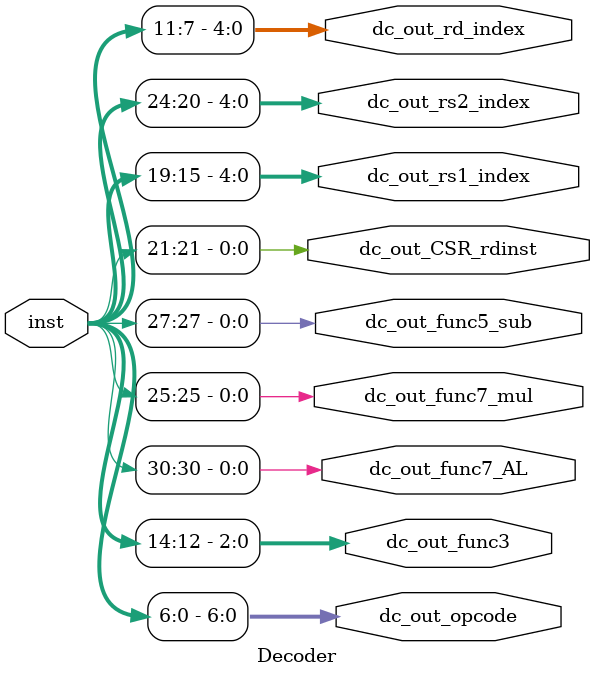
<source format=sv>
module Decoder (
    input  [31:0] inst,
    output [6:0] dc_out_opcode,
    output [2:0] dc_out_func3,
    output       dc_out_func7_AL,
    output       dc_out_func7_mul,  
    output       dc_out_func5_sub,
    output       dc_out_CSR_rdinst,
    output [4:0] dc_out_rs1_index,
    output [4:0] dc_out_rs2_index,
    output [4:0] dc_out_rd_index
);

    assign dc_out_opcode       = inst[6:0];   // Extract opcode
    assign dc_out_func3        = inst[14:12]; // Extract func3
    assign dc_out_func7_AL     = inst[30];    // Extract func7 (most commonly used 7th bit function code)
    assign dc_out_func7_mul    = inst[25];    // Extract inst[25] for mul or other instruction determination
    assign dc_out_func5_sub    = inst[27];    // Extract inst[27] for Floating-point fadd or fsub //CSR for upper or lower part
    assign dc_out_CSR_rdinst   = inst[21];    // Extract inst[21] for CSR RDINSTRET or RDCYCLE
    assign dc_out_rs1_index    = inst[19:15]; // Extract rs1 register index
    assign dc_out_rs2_index    = inst[24:20]; // Extract rs2 register index
    assign dc_out_rd_index     = inst[11:7];  // Extract rd register index

endmodule

</source>
